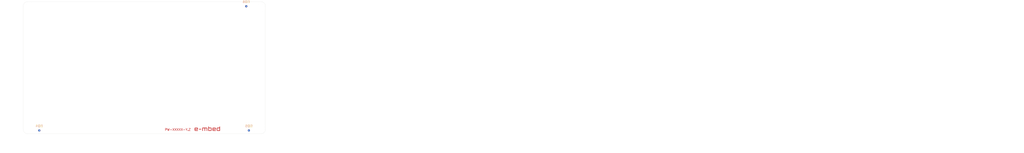
<source format=kicad_pcb>
(kicad_pcb (version 20240108) (generator "pcbnew") (generator_version "8.0")
  (layers (0 "F.Cu" signal) (1 "In1.Cu" signal) (2 "In2.Cu" signal) (31 "B.Cu" signal) (34 "B.Paste" user) (35 "F.Paste" user) (36 "B.SilkS" user "B.Silkscreen") (37 "F.SilkS" user "F.Silkscreen") (38 "B.Mask" user) (39 "F.Mask" user) (44 "Edge.Cuts" user))
  (property "Customer" "e-mbed")
  (property "PCB_BaseCopper" "35/17/17/35")
  (property "PCB_CTI_PLC" "5")
  (property "PCB_Code" "PW-XXXXX")
  (property "PCB_Designer" "Xosu Ph.")
  (property "PCB_Dim" "0 x 0 mm")
  (property "PCB_Finish" "HASL (lead free)")
  (property "PCB_Flammability" "94V-0")
  (property "PCB_HF" "Yes")
  (property "PCB_IPC" "II")
  (property "PCB_Layers" "4")
  (property "PCB_Overlay" "Top (Wite)")
  (property "PCB_PanelDim" "0 x 0 mm")
  (property "PCB_PanelRowCol" "0/0")
  (property "PCB_Revision" "Y.Z")
  (property "PCB_SeparationMethod" "CNC breakout pips")
  (property "PCB_Silkscreen" "Top & Bottom")
  (property "PCB_SoldermaskColor" "Green")
  (property "PCB_Substrate" "FR-4")
  (property "PCB_Tg" "Tg130")
  (property "PCB_Thickness" "1.6 mm")
  (property "PCB_UL" "Yes")
  (property "Project_Customer" "e-mbed")
  (property "Project_Name" "EMB-XXXXX ProjectName")
  (property "Sch_Code" "EW-XXXXX")
  (property "Sch_Designer" "Xosu Ph.")
  (property "Sch_Revision" "1.0")
  (net 0 "")
  (footprint "e-mbedLocalLib:e-mbedTextCopperMedium" (layer "F.Cu") (at 159.185786 135.285786)
    (property "Reference" "Lo1" (hide yes))
    (property "Value" "~" (hide yes))
    (fp_poly (pts (xy -2.744114 0.232911) (xy -2.744114 0.372658) (xy -3.256519 0.372658) (xy -3.768923 0.372658) (xy -3.768923 0.232911) (xy -3.768923 0.093165) (xy -3.256519 0.093165) (xy -2.744114 0.093165)) (fill solid) (layer "F.Cu"))
    (fp_poly (pts (xy -4.47189 -0.464999) (xy -4.408674 -0.426248) (xy -4.355269 -0.375409) (xy -4.313622 -0.315016) (xy -4.285679 -0.247604) (xy -4.277393 -0.211695) (xy -4.274502 -0.184525) (xy -4.272301 -0.141679) (xy -4.270819 -0.084404) (xy -4.27008 -0.013949) (xy -4.270112 0.068437) (xy -4.270431 0.114338) (xy -4.272857 0.385362) (xy -4.884778 0.387535) (xy -5.496699 0.389708) (xy -5.496699 0.527923) (xy -5.496596 0.57936) (xy -5.496059 0.616615) (xy -5.494744 0.642447) (xy -5.492307 0.659612) (xy -5.488402 0.670867) (xy -5.482687 0.67897) (xy -5.477158 0.684494) (xy -5.457618 0.702852) (xy -4.865238 0.705027) (xy -4.272857 0.707203) (xy -4.27053 0.844832) (xy -4.268203 0.982461) (xy -4.888803 0.982089) (xy -5.012166 0.981956) (xy -5.119614 0.9817) (xy -5.212172 0.981305) (xy -5.290864 0.980752) (xy -5.356713 0.980024) (xy -5.410744 0.979101) (xy -5.453981 0.977968) (xy -5.487448 0.976605) (xy -5.512169 0.974994) (xy -5.529168 0.973118) (xy -5.53947 0.970958) (xy -5.540366 0.970657) (xy -5.604481 0.939448) (xy -5.663318 0.894913) (xy -5.713051 0.840526) (xy -5.749258 0.78104) (xy -5.771957 0.732611) (xy -5.774417 0.268017) (xy -5.774911 0.165624) (xy -5.7752 0.078728) (xy -5.775253 0.00589) (xy -5.77516 -0.020031) (xy -5.496699 -0.020031) (xy -5.496699 0.127043) (xy -5.026642 0.127043) (xy -4.556585 0.127043) (xy -4.556585 -0.025408) (xy -4.556711 -0.080108) (xy -4.557258 -0.12044) (xy -4.558486 -0.148975) (xy -4.560649 -0.168285) (xy -4.564006 -0.180939) (xy -4.568814 -0.189508) (xy -4.573524 -0.194798) (xy -4.577757 -0.198572) (xy -4.583212 -0.20174) (xy -4.591306 -0.204354) (xy -4.603457 -0.206468) (xy -4.621082 -0.208134) (xy -4.645598 -0.209407) (xy -4.678423 -0.210339) (xy -4.720975 -0.210982) (xy -4.774671 -0.211391) (xy -4.840928 -0.211617) (xy -4.921164 -0.211715) (xy -5.016797 -0.211737) (xy -5.026027 -0.211737) (xy -5.461591 -0.211737) (xy -5.479145 -0.189421) (xy -5.485538 -0.180136) (xy -5.490164 -0.169201) (xy -5.493306 -0.153888) (xy -5.495247 -0.131472) (xy -5.496269 -0.099223) (xy -5.496655 -0.054416) (xy -5.496699 -0.020031) (xy -5.77516 -0.020031) (xy -5.775037 -0.054332) (xy -5.774522 -0.103378) (xy -5.773675 -0.142689) (xy -5.772465 -0.173704) (xy -5.77086 -0.197865) (xy -5.768828 -0.216611) (xy -5.766339 -0.231384) (xy -5.763359 -0.243624) (xy -5.763141 -0.244387) (xy -5.735392 -0.311415) (xy -5.693618 -0.372138) (xy -5.640411 -0.423533) (xy -5.578367 -0.462574) (xy -5.574407 -0.464463) (xy -5.526342 -0.486995) (xy -5.022407 -0.486995) (xy -4.518473 -0.486995)) (fill solid) (layer "F.Cu"))
    (fp_poly (pts (xy -1.251185 -0.489251) (xy -0.266424 -0.486995) (xy -0.210666 -0.459544) (xy -0.148756 -0.419774) (xy -0.095947 -0.366513) (xy -0.053886 -0.301479) (xy -0.048149 -0.289854) (xy -0.021173 -0.232911) (xy -0.018738 0.374775) (xy -0.016303 0.982461) (xy -0.156368 0.982461) (xy -0.296432 0.982461) (xy -0.296432 0.407678) (xy -0.296441 0.295061) (xy -0.296491 0.198149) (xy -0.29662 0.115708) (xy -0.296864 0.046505) (xy -0.297258 -0.010694) (xy -0.297839 -0.057123) (xy -0.298643 -0.094016) (xy -0.299707 -0.122607) (xy -0.301067 -0.144129) (xy -0.302758 -0.159816) (xy -0.304818 -0.170902) (xy -0.307283 -0.178621) (xy -0.310189 -0.184207) (xy -0.313571 -0.188893) (xy -0.313986 -0.189421) (xy -0.331539 -0.211737) (xy -0.640061 -0.211737) (xy -0.720575 -0.211704) (xy -0.785861 -0.211545) (xy -0.837631 -0.211171) (xy -0.877594 -0.210493) (xy -0.907463 -0.209422) (xy -0.928947 -0.207869) (xy -0.943758 -0.205745) (xy -0.953607 -0.20296) (xy -0.960206 -0.199427) (xy -0.965264 -0.195055) (xy -0.965522 -0.194798) (xy -0.968826 -0.191125) (xy -0.971671 -0.186386) (xy -0.97409 -0.179366) (xy -0.976117 -0.168849) (xy -0.977788 -0.153617) (xy -0.979136 -0.132454) (xy -0.980197 -0.104144) (xy -0.981004 -0.06747) (xy -0.981592 -0.021217) (xy -0.981996 0.035834) (xy -0.982251 0.104897) (xy -0.98239 0.18719) (xy -0.982448 0.283929) (xy -0.982461 0.396331) (xy -0.982461 0.402301) (xy -0.982461 0.982461) (xy -1.126442 0.982461) (xy -1.270423 0.982461) (xy -1.270423 0.402301) (xy -1.270434 0.289095) (xy -1.270489 0.191612) (xy -1.270624 0.108635) (xy -1.270871 0.038948) (xy -1.271267 -0.018666) (xy -1.271846 -0.065424) (xy -1.272642 -0.102542) (xy -1.273689 -0.131235) (xy -1.275022 -0.152722) (xy -1.276676 -0.168218) (xy -1.278685 -0.17894) (xy -1.281084 -0.186103) (xy -1.283906 -0.190926) (xy -1.287188 -0.194623) (xy -1.287362 -0.194798) (xy -1.292386 -0.199217) (xy -1.29886 -0.202793) (xy -1.308494 -0.205614) (xy -1.322999 -0.207771) (xy -1.344087 -0.209352) (xy -1.373468 -0.210447) (xy -1.412853 -0.211143) (xy -1.463954 -0.211531) (xy -1.528481 -0.211699) (xy -1.608145 -0.211737) (xy -1.612823 -0.211737) (xy -1.921344 -0.211737) (xy -1.938898 -0.189421) (xy -1.942337 -0.184759) (xy -1.945295 -0.179337) (xy -1.947807 -0.171921) (xy -1.949911 -0.161278) (xy -1.951643 -0.146173) (xy -1.953038 -0.125372) (xy -1.954134 -0.097643) (xy -1.954966 -0.061751) (xy -1.95557 -0.016462) (xy -1.955984 0.039457) (xy -1.956242 0.107241) (xy -1.956382 0.188123) (xy -1.95644 0.283336) (xy -1.956452 0.394115) (xy -1.956452 0.407678) (xy -1.956452 0.982461) (xy -2.096198 0.982461) (xy -2.235945 0.982461) (xy -2.235945 0.245477) (xy -2.235945 -0.491506)) (fill solid) (layer "F.Cu"))
    (fp_poly (pts (xy 0.728376 -0.732874) (xy 0.728376 -0.491756) (xy 1.217489 -0.489376) (xy 1.706603 -0.486995) (xy 1.757419 -0.462081) (xy 1.813501 -0.426527) (xy 1.864597 -0.378977) (xy 1.905762 -0.324376) (xy 1.918834 -0.300667) (xy 1.943748 -0.24985) (xy 1.943748 0.245615) (xy 1.943748 0.741081) (xy 1.92105 0.78951) (xy 1.883621 0.850463) (xy 1.833502 0.903459) (xy 1.774423 0.944698) (xy 1.762729 0.950774) (xy 1.706973 0.978226) (xy 1.077928 0.980502) (xy 0.448883 0.982778) (xy 0.448883 0.004394) (xy 0.448883 -0.174906) (xy 0.728376 -0.174906) (xy 0.728376 0.247092) (xy 0.728395 0.342509) (xy 0.728489 0.42243) (xy 0.728713 0.488295) (xy 0.729124 0.541546) (xy 0.729776 0.583626) (xy 0.730726 0.615977) (xy 0.732029 0.640039) (xy 0.73374 0.657255) (xy 0.735916 0.669068) (xy 0.738612 0.676918) (xy 0.741884 0.682247) (xy 0.745315 0.686029) (xy 0.749539 0.689795) (xy 0.754981 0.692957) (xy 0.763056 0.695568) (xy 0.775177 0.697681) (xy 0.792759 0.699348) (xy 0.817216 0.700622) (xy 0.84996 0.701556) (xy 0.892407 0.702203) (xy 0.945969 0.702615) (xy 1.012062 0.702844) (xy 1.092098 0.702944) (xy 1.187491 0.702968) (xy 1.199884 0.702968) (xy 1.297929 0.702928) (xy 1.380424 0.70278) (xy 1.448759 0.702481) (xy 1.504323 0.701987) (xy 1.548506 0.701257) (xy 1.582696 0.700246) (xy 1.608283 0.698912) (xy 1.626656 0.697212) (xy 1.639204 0.695102) (xy 1.647317 0.692541) (xy 1.652385 0.689485) (xy 1.653001 0.688951) (xy 1.656493 0.685022) (xy 1.659418 0.679151) (xy 1.661826 0.669919) (xy 1.663768 0.655905) (xy 1.665292 0.635691) (xy 1.66645 0.607855) (xy 1.667291 0.570979) (xy 1.667864 0.523643) (xy 1.668221 0.464426) (xy 1.66841 0.39191) (xy 1.668482 0.304674) (xy 1.66849 0.248537) (xy 1.668471 0.152585) (xy 1.668379 0.072137) (xy 1.668158 0.005761) (xy 1.667755 -0.047978) (xy 1.667113 -0.090513) (xy 1.666179 -0.123278) (xy 1.664896 -0.147707) (xy 1.663212 -0.165233) (xy 1.661071 -0.177291) (xy 1.658417 -0.185315) (xy 1.655197 -0.190737) (xy 1.651551 -0.194798) (xy 1.647308 -0.19858) (xy 1.64184 -0.201753) (xy 1.633727 -0.204371) (xy 1.621547 -0.206486) (xy 1.60388 -0.208152) (xy 1.579304 -0.209423) (xy 1.546398 -0.210352) (xy 1.503741 -0.210992) (xy 1.449912 -0.211397) (xy 1.38349 -0.211621) (xy 1.303054 -0.211716) (xy 1.207182 -0.211737) (xy 1.201096 -0.211737) (xy 1.104375 -0.211727) (xy 1.023164 -0.211659) (xy 0.956034 -0.211475) (xy 0.901558 -0.211117) (xy 0.858304 -0.210526) (xy 0.824846 -0.209644) (xy 0.799755 -0.208415) (xy 0.781601 -0.206778) (xy 0.768955 -0.204677) (xy 0.76039 -0.202053) (xy 0.754476 -0.198849) (xy 0.749784 -0.195005) (xy 0.747979 -0.193322) (xy 0.728376 -0.174906) (xy 0.448883 -0.174906) (xy 0.448883 -0.973991) (xy 0.58863 -0.973991) (xy 0.728376 -0.973991)) (fill solid) (layer "F.Cu"))
    (fp_poly (pts (xy 3.667289 -0.464999) (xy 3.730506 -0.426248) (xy 3.783911 -0.375409) (xy 3.825558 -0.315016) (xy 3.8535 -0.247604) (xy 3.861787 -0.211695) (xy 3.864678 -0.184525) (xy 3.866878 -0.141679) (xy 3.868361 -0.084404) (xy 3.8691 -0.013949) (xy 3.869067 0.068437) (xy 3.868748 0.114338) (xy 3.866322 0.385362) (xy 3.254402 0.387535) (xy 2.642481 0.389708) (xy 2.64275 0.527282) (xy 2.643178 0.581777) (xy 2.644353 0.621809) (xy 2.646485 0.649846) (xy 2.649783 0.668356) (xy 2.654455 0.679805) (xy 2.655817 0.681794) (xy 2.658655 0.685053) (xy 2.662686 0.687877) (xy 2.669099 0.690306) (xy 2.679081 0.692382) (xy 2.69382 0.694145) (xy 2.714505 0.695637) (xy 2.742321 0.696899) (xy 2.778459 0.697973) (xy 2.824105 0.698898) (xy 2.880447 0.699717) (xy 2.948674 0.700471) (xy 3.029973 0.7012) (xy 3.125531 0.701945) (xy 3.236538 0.702749) (xy 3.267468 0.702968) (xy 3.866322 0.707203) (xy 3.86865 0.844832) (xy 3.870977 0.982461) (xy 3.250377 0.982089) (xy 3.127014 0.981956) (xy 3.019565 0.9817) (xy 2.927008 0.981305) (xy 2.848316 0.980752) (xy 2.782467 0.980024) (xy 2.728436 0.979101) (xy 2.685199 0.977968) (xy 2.651732 0.976605) (xy 2.627011 0.974994) (xy 2.610012 0.973118) (xy 2.59971 0.970958) (xy 2.598814 0.970657) (xy 2.534698 0.939448) (xy 2.475862 0.894913) (xy 2.426129 0.840526) (xy 2.389921 0.78104) (xy 2.367223 0.732611) (xy 2.367223 0.245615) (xy 2.367223 -0.029951) (xy 2.642481 -0.029951) (xy 2.642481 -0.023932) (xy 2.642481 0.127043) (xy 3.112538 0.127043) (xy 3.582594 0.127043) (xy 3.582594 -0.025408) (xy 3.582469 -0.080108) (xy 3.581921 -0.12044) (xy 3.580694 -0.148975) (xy 3.57853 -0.168285) (xy 3.575173 -0.180939) (xy 3.570365 -0.189508) (xy 3.565656 -0.194798) (xy 3.561412 -0.19858) (xy 3.555945 -0.201753) (xy 3.547832 -0.204371) (xy 3.535652 -0.206486) (xy 3.517985 -0.208152) (xy 3.493408 -0.209423) (xy 3.460502 -0.210352) (xy 3.417845 -0.210992) (xy 3.364016 -0.211397) (xy 3.297594 -0.211621) (xy 3.217158 -0.211716) (xy 3.121287 -0.211737) (xy 3.115201 -0.211737) (xy 3.01848 -0.211727) (xy 2.937269 -0.211659) (xy 2.870139 -0.211475) (xy 2.815662 -0.211117) (xy 2.772409 -0.210526) (xy 2.738951 -0.209644) (xy 2.71386 -0.208415) (xy 2.695705 -0.206778) (xy 2.68306 -0.204677) (xy 2.674495 -0.202053) (xy 2.668581 -0.198849) (xy 2.663889 -0.195005) (xy 2.662083 -0.193322) (xy 2.655078 -0.186108) (xy 2.649977 -0.177868) (xy 2.64648 -0.165993) (xy 2.644283 -0.147873) (xy 2.643086 -0.120899) (xy 2.642586 -0.082461) (xy 2.642481 -0.029951) (xy 2.367223 -0.029951) (xy 2.367223 -0.24138) (xy 2.389126 -0.287962) (xy 2.423699 -0.344983) (xy 2.470014 -0.397367) (xy 2.523431 -0.440356) (xy 2.556154 -0.459265) (xy 2.612482 -0.486995) (xy 3.116594 -0.486995) (xy 3.620707 -0.486995)) (fill solid) (layer "F.Cu"))
    (fp_poly (pts (xy 5.784662 0.004235) (xy 5.784662 0.982461) (xy 5.164272 0.982089) (xy 5.04093 0.981955) (xy 4.933502 0.9817) (xy 4.840965 0.981305) (xy 4.762293 0.980751) (xy 4.696463 0.980023) (xy 4.64245 0.9791) (xy 4.599231 0.977966) (xy 4.56578 0.976602) (xy 4.541074 0.974991) (xy 4.524089 0.973114) (xy 4.513799 0.970953) (xy 4.512919 0.970657) (xy 4.445791 0.938359) (xy 4.38743 0.893583) (xy 4.339816 0.838584) (xy 4.30493 0.775616) (xy 4.285688 0.712103) (xy 4.283606 0.692302) (xy 4.28181 0.657755) (xy 4.280299 0.610525) (xy 4.27907 0.552681) (xy 4.278122 0.486287) (xy 4.277454 0.41341) (xy 4.277063 0.336117) (xy 4.276948 0.256472) (xy 4.27697 0.245615) (xy 4.565055 0.245615) (xy 4.565074 0.341213) (xy 4.565167 0.42131) (xy 4.56539 0.487347) (xy 4.565799 0.540763) (xy 4.566447 0.582996) (xy 4.567392 0.615485) (xy 4.568688 0.639671) (xy 4.57039 0.656991) (xy 4.572554 0.668886) (xy 4.575236 0.676793) (xy 4.57849 0.682153) (xy 4.581994 0.686029) (xy 4.586225 0.6898) (xy 4.591676 0.692966) (xy 4.599764 0.69558) (xy 4.611906 0.697693) (xy 4.629518 0.69936) (xy 4.654016 0.700633) (xy 4.686818 0.701565) (xy 4.729338 0.70221) (xy 4.782994 0.702619) (xy 4.849202 0.702847) (xy 4.929378 0.702945) (xy 5.024939 0.702968) (xy 5.035112 0.702968) (xy 5.132246 0.70295) (xy 5.213857 0.702861) (xy 5.281362 0.702649) (xy 5.336177 0.702259) (xy 5.379719 0.70164) (xy 5.413403 0.700738) (xy 5.438648 0.6995) (xy 5.456867 0.697874) (xy 5.469479 0.695806) (xy 5.4779 0.693244) (xy 5.483545 0.690134) (xy 5.487832 0.686424) (xy 5.48823 0.686029) (xy 5.492075 0.681709) (xy 5.49529 0.676143) (xy 5.497931 0.667881) (xy 5.500054 0.655476) (xy 5.501716 0.637476) (xy 5.502973 0.612434) (xy 5.503881 0.578901) (xy 5.504497 0.535426) (xy 5.504877 0.480562) (xy 5.505078 0.412858) (xy 5.505157 0.330867) (xy 5.505169 0.250992) (xy 5.505152 0.156074) (xy 5.505063 0.076628) (xy 5.504842 0.011185) (xy 5.504432 -0.041722) (xy 5.503774 -0.083561) (xy 5.50281 -0.115799) (xy 5.50148 -0.139905) (xy 5.499727 -0.157345) (xy 5.497492 -0.169588) (xy 5.494716 -0.178102) (xy 5.491341 -0.184353) (xy 5.487615 -0.189421) (xy 5.470061 -0.211737) (xy 5.034497 -0.211737) (xy 4.937437 -0.211719) (xy 4.855899 -0.21163) (xy 4.788465 -0.211417) (xy 4.733717 -0.211027) (xy 4.690238 -0.210406) (xy 4.656611 -0.209502) (xy 4.631418 -0.208262) (xy 4.613242 -0.206632) (xy 4.600665 -0.20456) (xy 4.59227 -0.201992) (xy 4.586639 -0.198875) (xy 4.582355 -0.195157) (xy 4.581994 -0.194798) (xy 4.578171 -0.190505) (xy 4.574971 -0.184974) (xy 4.572338 -0.176766) (xy 4.570218 -0.16444) (xy 4.568555 -0.146559) (xy 4.567293 -0.121682) (xy 4.566377 -0.088371) (xy 4.565753 -0.045188) (xy 4.565363 0.009309) (xy 4.565154 0.076557) (xy 4.56507 0.157996) (xy 4.565055 0.245615) (xy 4.27697 0.245615) (xy 4.277107 0.176543) (xy 4.277539 0.098396) (xy 4.27824 0.024096) (xy 4.279211 -0.04429) (xy 4.280448 -0.104696) (xy 4.281951 -0.155056) (xy 4.283717 -0.193303) (xy 4.285745 -0.217372) (xy 4.286483 -0.221907) (xy 4.309009 -0.289756) (xy 4.345957 -0.352512) (xy 4.394943 -0.407184) (xy 4.45358 -0.450782) (xy 4.48036 -0.464999) (xy 4.526943 -0.486995) (xy 5.016056 -0.489376) (xy 5.505169 -0.491756) (xy 5.505169 -0.732874) (xy 5.505169 -0.973991) (xy 5.644915 -0.973991) (xy 5.784662 -0.973991)) (fill solid) (layer "F.Cu"))
  )
  (footprint "MountingHole:MountingHole_3.2mm_M3_ISO14580" (layer "F.Cu") (at 182.585786 80.585786)
    (property "Reference" "H3" (hide yes))
    (property "Value" "MountingHole")
    (pad "" np_thru_hole circle (at 0 0) (size 3.2 3.2) (drill 3.2) (layers "*.Cu" "*.Mask"))
  )
  (footprint "MountingHole:MountingHole_3.2mm_M3_ISO14580" (layer "F.Cu") (at 78.585786 134.585786)
    (property "Reference" "H1" (hide yes))
    (property "Value" "MountingHole")
    (pad "" np_thru_hole circle (at 0 0) (size 3.2 3.2) (drill 3.2) (layers "*.Cu" "*.Mask"))
  )
  (footprint "Fiducial:Fiducial_1mm_Mask2mm" (layer "F.Cu") (at 82.885786 136.085786)
    (property "Reference" "FID1" (at 0 -2 0) (layer "F.SilkS"))
    (property "Value" "Fiducial")
    (pad "" smd circle (at 0 0) (size 1 1) (layers "F.Cu" "F.Mask") (clearance 0.5))
  )
  (footprint "MountingHole:MountingHole_3.2mm_M3_ISO14580" (layer "F.Cu") (at 182.585786 134.585786)
    (property "Reference" "H2" (hide yes))
    (property "Value" "MountingHole")
    (pad "" np_thru_hole circle (at 0 0) (size 3.2 3.2) (drill 3.2) (layers "F&B.Cu" "*.Mask"))
  )
  (footprint "MountingHole:MountingHole_3.2mm_M3_ISO14580" (layer "F.Cu") (at 78.585786 80.585786)
    (property "Reference" "H4" (hide yes))
    (property "Value" "MountingHole")
    (pad "" np_thru_hole circle (at 0 0) (size 3.2 3.2) (drill 3.2) (layers "F&B.Cu" "*.Mask"))
  )
  (footprint "Fiducial:Fiducial_1mm_Mask2mm" (layer "F.Cu") (at 178.085786 136.085786)
    (property "Reference" "FID2" (at 0 -2 0) (layer "F.SilkS"))
    (property "Value" "Fiducial")
    (pad "" smd circle (at 0 0) (size 1 1) (layers "F.Cu" "F.Mask") (clearance 0.5))
  )
  (footprint "e-mbedLocalLib:PCBCodeCopper" (layer "F.Cu") (at 145.785786 135.785786)
    (property "Reference" "Co1" (hide yes))
    (property "Value" "~")
    (fp_text user "${PCB_Code}-${PCB_Revision}" (at 0 0.5 0) (layer "F.Cu") (effects (justify bottom)))
  )
  (footprint "Fiducial:Fiducial_1mm_Mask2mm" (layer "F.Cu") (at 176.885786 79.685786)
    (property "Reference" "FID3" (at 0 -2 0) (layer "F.SilkS"))
    (property "Value" "Fiducial")
    (pad "" smd circle (at 0 0) (size 1 1) (layers "F.Cu" "F.Mask") (clearance 0.5))
  )
  (footprint "Fiducial:Fiducial_1mm_Mask2mm" (layer "B.Cu") (at 178.085786 136.085786 180)
    (property "Reference" "FID5" (at 0 2 0) (layer "B.SilkS") (effects (justify mirror)))
    (property "Value" "Fiducial")
    (pad "" smd circle (at 0 0 180) (size 1 1) (layers "B.Cu" "B.Mask") (clearance 0.5))
  )
  (footprint "Fiducial:Fiducial_1mm_Mask2mm" (layer "B.Cu") (at 176.885786 79.685786 180)
    (property "Reference" "FID6" (at 0 2 0) (layer "B.SilkS") (effects (justify mirror)))
    (property "Value" "Fiducial")
    (pad "" smd circle (at 0 0 180) (size 1 1) (layers "B.Cu" "B.Mask") (clearance 0.5))
  )
  (footprint "Fiducial:Fiducial_1mm_Mask2mm" (layer "B.Cu") (at 82.885786 136.085786 180)
    (property "Reference" "FID4" (at 0 2 0) (layer "B.SilkS") (effects (justify mirror)))
    (property "Value" "Fiducial")
    (pad "" smd circle (at 0 0 180) (size 1 1) (layers "B.Cu" "B.Mask") (clearance 0.5))
  )
  (gr_line (start 183.585786 137.585786) (end 77.585786 137.585786) (stroke (width 0.05)) (layer "Edge.Cuts"))
  (gr_line (start 185.585786 79.585786) (end 185.585786 135.585786) (stroke (width 0.05)) (layer "Edge.Cuts"))
  (gr_line (start 155.585786 77.585786) (end 183.585786 77.585786) (stroke (width 0.05)) (layer "Edge.Cuts"))
  (gr_arc (start 185.585786 135.585786) (mid 185 137) (end 183.585786 137.585786) (stroke (width 0.05)) (layer "Edge.Cuts"))
  (gr_arc (start 183.585786 77.585786) (mid 185 78.171572) (end 185.585786 79.585786) (stroke (width 0.05)) (layer "Edge.Cuts"))
  (gr_line (start 77.585786 77.585786) (end 155.585786 77.585786) (stroke (width 0.05)) (layer "Edge.Cuts"))
  (gr_arc (start 77.585786 137.585786) (mid 76.171572 137) (end 75.585786 135.585786) (stroke (width 0.05)) (layer "Edge.Cuts"))
  (gr_arc (start 75.585786 79.585786) (mid 76.171572 78.171572) (end 77.585786 77.585786) (stroke (width 0.05)) (layer "Edge.Cuts"))
  (gr_line (start 75.585786 135.585786) (end 75.585786 79.585786) (stroke (width 0.05)) (layer "Edge.Cuts"))
)
</source>
